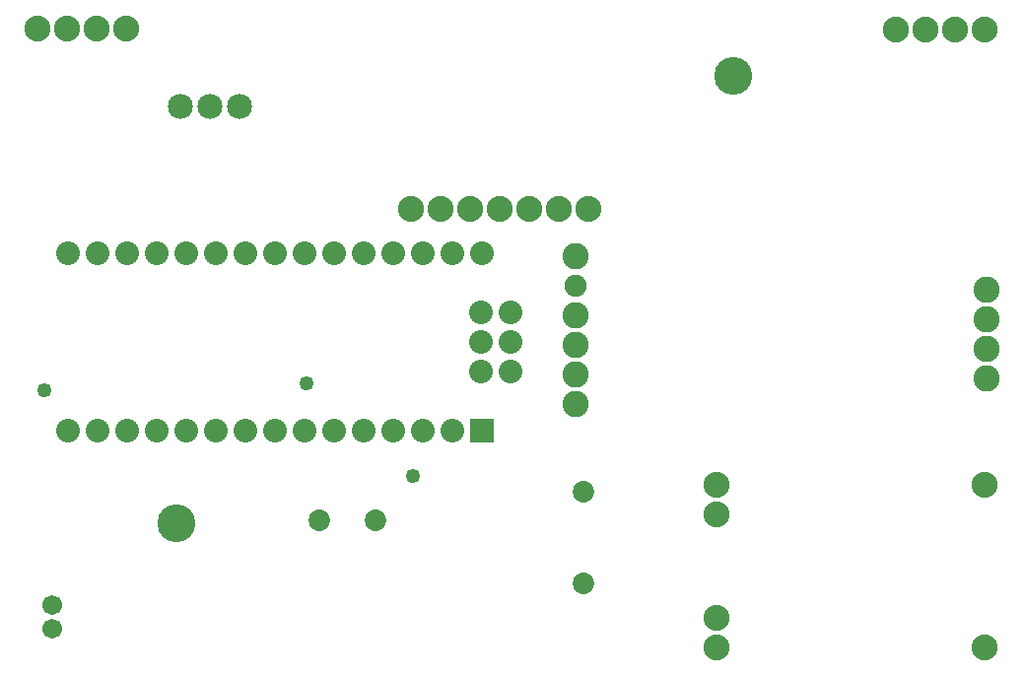
<source format=gbs>
G04 MADE WITH FRITZING*
G04 WWW.FRITZING.ORG*
G04 DOUBLE SIDED*
G04 HOLES PLATED*
G04 CONTOUR ON CENTER OF CONTOUR VECTOR*
%ASAXBY*%
%FSLAX23Y23*%
%MOIN*%
%OFA0B0*%
%SFA1.0B1.0*%
%ADD10C,0.072992*%
%ADD11C,0.049370*%
%ADD12C,0.080000*%
%ADD13C,0.088000*%
%ADD14C,0.085000*%
%ADD15C,0.088861*%
%ADD16C,0.074972*%
%ADD17C,0.088833*%
%ADD18C,0.074944*%
%ADD19C,0.067000*%
%ADD20C,0.128110*%
%ADD21R,0.080000X0.079958*%
%LNMASK0*%
G90*
G70*
G54D10*
X1207Y501D03*
X1017Y499D03*
X1909Y286D03*
X1909Y596D03*
G54D11*
X972Y962D03*
X1332Y650D03*
X84Y938D03*
G54D12*
X1567Y804D03*
X1467Y804D03*
X1367Y804D03*
X1267Y804D03*
X1167Y804D03*
X1067Y804D03*
X967Y804D03*
X867Y804D03*
X767Y804D03*
X667Y804D03*
X567Y804D03*
X467Y804D03*
X367Y804D03*
X267Y804D03*
X167Y804D03*
X1567Y1404D03*
X1467Y1404D03*
X1367Y1404D03*
X1267Y1404D03*
X1167Y1404D03*
X1067Y1404D03*
X967Y1404D03*
X867Y1404D03*
X767Y1404D03*
X667Y1404D03*
X567Y1404D03*
X467Y1404D03*
X367Y1404D03*
X267Y1404D03*
X167Y1404D03*
X1662Y1004D03*
X1563Y1004D03*
X1662Y1104D03*
X1563Y1104D03*
X1662Y1204D03*
X1563Y1204D03*
X1567Y804D03*
X1467Y804D03*
X1367Y804D03*
X1267Y804D03*
X1167Y804D03*
X1067Y804D03*
X967Y804D03*
X867Y804D03*
X767Y804D03*
X667Y804D03*
X567Y804D03*
X467Y804D03*
X367Y804D03*
X267Y804D03*
X167Y804D03*
X1567Y1404D03*
X1467Y1404D03*
X1367Y1404D03*
X1267Y1404D03*
X1167Y1404D03*
X1067Y1404D03*
X967Y1404D03*
X867Y1404D03*
X767Y1404D03*
X667Y1404D03*
X567Y1404D03*
X467Y1404D03*
X367Y1404D03*
X267Y1404D03*
X167Y1404D03*
X1662Y1004D03*
X1563Y1004D03*
X1662Y1104D03*
X1563Y1104D03*
X1662Y1204D03*
X1563Y1204D03*
G54D13*
X3267Y620D03*
X3267Y68D03*
X2358Y620D03*
X2358Y519D03*
X2358Y168D03*
X2358Y68D03*
X3267Y620D03*
X3267Y68D03*
X2358Y620D03*
X2358Y519D03*
X2358Y168D03*
X2358Y68D03*
G54D14*
X745Y1899D03*
X645Y1899D03*
X545Y1899D03*
G54D15*
X1881Y1394D03*
G54D16*
X1881Y1294D03*
G54D15*
X1881Y1194D03*
X1881Y1094D03*
X1881Y994D03*
X1881Y894D03*
G54D17*
X3271Y1278D03*
X3271Y1178D03*
X3271Y1078D03*
X3271Y978D03*
G54D16*
X1881Y1394D03*
X1881Y1294D03*
X1881Y1194D03*
X1881Y1094D03*
X1881Y994D03*
X1881Y894D03*
G54D18*
X3271Y1278D03*
X3271Y1178D03*
X3271Y1078D03*
X3271Y978D03*
G54D13*
X1926Y1553D03*
X1826Y1553D03*
X1726Y1553D03*
X1626Y1553D03*
X1526Y1553D03*
X1426Y1553D03*
X1326Y1553D03*
G54D19*
X112Y133D03*
X112Y212D03*
X112Y133D03*
X112Y212D03*
X112Y133D03*
X112Y212D03*
G54D13*
X362Y2162D03*
X262Y2162D03*
X162Y2162D03*
X62Y2162D03*
X362Y2162D03*
X262Y2162D03*
X162Y2162D03*
X62Y2162D03*
X3267Y2160D03*
X3167Y2160D03*
X3067Y2160D03*
X2967Y2160D03*
X3267Y2160D03*
X3167Y2160D03*
X3067Y2160D03*
X2967Y2160D03*
G54D20*
X531Y490D03*
X2415Y2002D03*
G54D21*
X1567Y804D03*
X1567Y804D03*
G04 End of Mask0*
M02*
</source>
